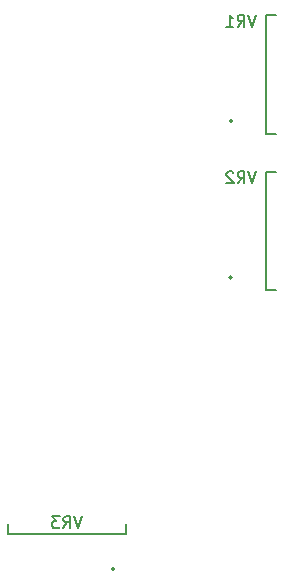
<source format=gbr>
%TF.GenerationSoftware,KiCad,Pcbnew,(6.0.2)*%
%TF.CreationDate,2022-04-23T23:31:31-04:00*%
%TF.ProjectId,Pi_HAT,50695f48-4154-42e6-9b69-6361645f7063,rev?*%
%TF.SameCoordinates,Original*%
%TF.FileFunction,Legend,Bot*%
%TF.FilePolarity,Positive*%
%FSLAX46Y46*%
G04 Gerber Fmt 4.6, Leading zero omitted, Abs format (unit mm)*
G04 Created by KiCad (PCBNEW (6.0.2)) date 2022-04-23 23:31:31*
%MOMM*%
%LPD*%
G01*
G04 APERTURE LIST*
%ADD10C,0.150000*%
%ADD11C,0.127000*%
G04 APERTURE END LIST*
D10*
%TO.C,VR1*%
X133560482Y-81701980D02*
X133226905Y-82702712D01*
X132893327Y-81701980D01*
X131987903Y-82702712D02*
X132321480Y-82226173D01*
X132559750Y-82702712D02*
X132559750Y-81701980D01*
X132178519Y-81701980D01*
X132083211Y-81749634D01*
X132035557Y-81797287D01*
X131987903Y-81892595D01*
X131987903Y-82035557D01*
X132035557Y-82130865D01*
X132083211Y-82178519D01*
X132178519Y-82226173D01*
X132559750Y-82226173D01*
X131034825Y-82702712D02*
X131606672Y-82702712D01*
X131320748Y-82702712D02*
X131320748Y-81701980D01*
X131416056Y-81844941D01*
X131511364Y-81940249D01*
X131606672Y-81987903D01*
%TO.C,VR2*%
X133560482Y-94951980D02*
X133226905Y-95952712D01*
X132893327Y-94951980D01*
X131987903Y-95952712D02*
X132321480Y-95476173D01*
X132559750Y-95952712D02*
X132559750Y-94951980D01*
X132178519Y-94951980D01*
X132083211Y-94999634D01*
X132035557Y-95047287D01*
X131987903Y-95142595D01*
X131987903Y-95285557D01*
X132035557Y-95380865D01*
X132083211Y-95428519D01*
X132178519Y-95476173D01*
X132559750Y-95476173D01*
X131606672Y-95047287D02*
X131559018Y-94999634D01*
X131463710Y-94951980D01*
X131225441Y-94951980D01*
X131130133Y-94999634D01*
X131082479Y-95047287D01*
X131034825Y-95142595D01*
X131034825Y-95237903D01*
X131082479Y-95380865D01*
X131654326Y-95952712D01*
X131034825Y-95952712D01*
%TO.C,VR3*%
X118810482Y-124151980D02*
X118476905Y-125152712D01*
X118143327Y-124151980D01*
X117237903Y-125152712D02*
X117571480Y-124676173D01*
X117809750Y-125152712D02*
X117809750Y-124151980D01*
X117428519Y-124151980D01*
X117333211Y-124199634D01*
X117285557Y-124247287D01*
X117237903Y-124342595D01*
X117237903Y-124485557D01*
X117285557Y-124580865D01*
X117333211Y-124628519D01*
X117428519Y-124676173D01*
X117809750Y-124676173D01*
X116904326Y-124151980D02*
X116284825Y-124151980D01*
X116618402Y-124533211D01*
X116475441Y-124533211D01*
X116380133Y-124580865D01*
X116332479Y-124628519D01*
X116284825Y-124723826D01*
X116284825Y-124962096D01*
X116332479Y-125057404D01*
X116380133Y-125105058D01*
X116475441Y-125152712D01*
X116761364Y-125152712D01*
X116856672Y-125105058D01*
X116904326Y-125057404D01*
D11*
%TO.C,VR1*%
X134350000Y-91750000D02*
X135235400Y-91750000D01*
X135235400Y-81750000D02*
X134350000Y-81750000D01*
X134350000Y-81750000D02*
X134350000Y-91750000D01*
X131527000Y-90687000D02*
G75*
G03*
X131527000Y-90687000I-127000J0D01*
G01*
%TO.C,VR2*%
X135235400Y-95000000D02*
X134350000Y-95000000D01*
X134350000Y-105000000D02*
X135235400Y-105000000D01*
X134350000Y-95000000D02*
X134350000Y-105000000D01*
X131527000Y-103937000D02*
G75*
G03*
X131527000Y-103937000I-127000J0D01*
G01*
%TO.C,VR3*%
X122500000Y-125650000D02*
X122500000Y-124764600D01*
X112500000Y-125650000D02*
X122500000Y-125650000D01*
X112500000Y-124764600D02*
X112500000Y-125650000D01*
X121564000Y-128600000D02*
G75*
G03*
X121564000Y-128600000I-127000J0D01*
G01*
%TD*%
M02*

</source>
